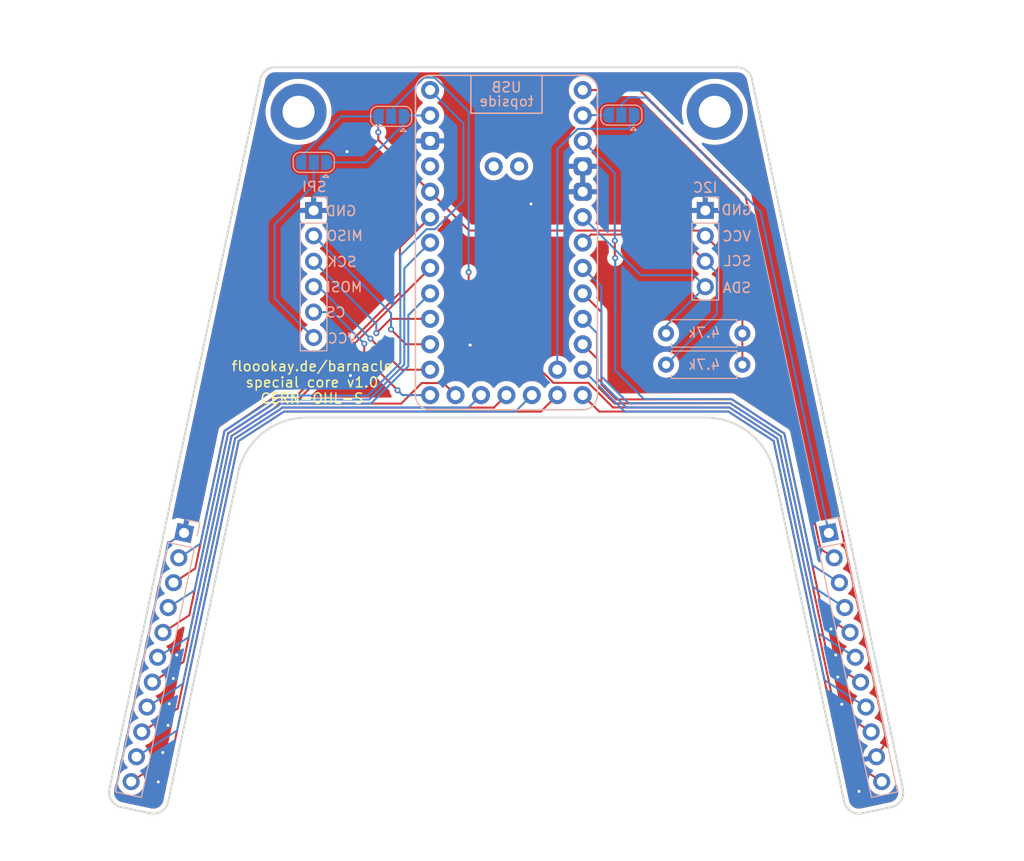
<source format=kicad_pcb>
(kicad_pcb (version 20240108) (generator "pcbnew") (generator_version "8.0")
  (layers (0 "F.Cu" signal) (31 "B.Cu" signal) (34 "B.Paste" user) (35 "F.Paste" user) (36 "B.SilkS" user "B.Silkscreen") (37 "F.SilkS" user "F.Silkscreen") (38 "B.Mask" user) (39 "F.Mask" user) (44 "Edge.Cuts" user))
  (net 0 "")
  (net 1 "col5")
  (net 2 "rgb")
  (net 3 "row2")
  (net 4 "row0")
  (net 5 "col4")
  (net 6 "col2")
  (net 7 "col3")
  (net 8 "row1")
  (net 9 "row3")
  (net 10 "col0")
  (net 11 "col1")
  (net 12 "col8")
  (net 13 "row5")
  (net 14 "col10")
  (net 15 "col6")
  (net 16 "GND")
  (net 17 "col9")
  (net 18 "row4")
  (net 19 "col7")
  (net 20 "col11")
  (net 21 "vcc")
  (net 22 "vccrgb")
  (net 23 "scl")
  (net 24 "sda")
  (net 27 "sck")
  (net 28 "Net-(J4-Pin_6)")
  (net 29 "mosi")
  (net 30 "miso")
  (net 32 "Net-(JP1-B)")
  (net 33 "Net-(JP1-A)")
  (net 34 "cs")
  (net 35 "5V")
  (footprint "MountingHole:MountingHole_3.2mm_M3_DIN965_Pad" (layer "F.Cu") (at 219.469012 138.970703)
    (property "Reference" "H2" (hide yes))
    (property "Value" "MountingHole")
    (pad "1" thru_hole circle (at 0 0) (size 5.6 5.6) (drill 3.2) (layers "*.Cu" "*.Mask"))
  )
  (footprint "MountingHole:MountingHole_3.2mm_M3_DIN965_Pad" (layer "F.Cu") (at 177.907013 138.970705)
    (property "Reference" "H1" (hide yes))
    (property "Value" "MountingHole")
    (pad "1" thru_hole circle (at 0 0) (size 5.6 5.6) (drill 3.2) (layers "*.Cu" "*.Mask"))
  )
  (footprint "Symbol:OSHW-Symbol_6.7x6mm_Copper" (layer "F.Cu") (at 173.625 162.725)
    (property "Reference" "REF**" (hide yes))
    (property "Value" "OSHW-Symbol_6.7x6mm_Copper" (hide yes))
    (fp_poly (pts (xy 0.555814 -2.531069) (xy 0.639635 -2.086445) (xy 0.94892 -1.958947) (xy 1.258206 -1.831449) (xy 1.629246 -2.083754) (xy 1.733157 -2.154004) (xy 1.827087 -2.216728) (xy 1.906652 -2.269062) (xy 1.96747 -2.308143) (xy 2.005157 -2.331107) (xy 2.015421 -2.336058) (xy 2.03391 -2.323324) (xy 2.07342 -2.288118) (xy 2.129522 -2.234938) (xy 2.197787 -2.168282) (xy 2.273786 -2.092646) (xy 2.353092 -2.012528) (xy 2.431275 -1.932426) (xy 2.503907 -1.856836) (xy 2.566559 -1.790255) (xy 2.614803 -1.737182) (xy 2.64421 -1.702113) (xy 2.651241 -1.690377) (xy 2.641123 -1.66874) (xy 2.612759 -1.621338) (xy 2.569129 -1.552807) (xy 2.513218 -1.467785) (xy 2.448006 -1.370907) (xy 2.410219 -1.31565) (xy 2.341343 -1.214752) (xy 2.28014 -1.123701) (xy 2.229578 -1.04703) (xy 2.192628 -0.989272) (xy 2.172258 -0.954957) (xy 2.169197 -0.947746) (xy 2.176136 -0.927252) (xy 2.195051 -0.879487) (xy 2.223087 -0.811168) (xy 2.257391 -0.729011) (xy 2.295109 -0.63973) (xy 2.333387 -0.550042) (xy 2.36937 -0.466662) (xy 2.400206 -0.396306) (xy 2.423039 -0.34569) (xy 2.435017 -0.321529) (xy 2.435724 -0.320578) (xy 2.454531 -0.315964) (xy 2.504618 -0.305672) (xy 2.580793 -0.290713) (xy 2.677865 -0.272099) (xy 2.790643 -0.250841) (xy 2.856442 -0.238582) (xy 2.97695 -0.215638) (xy 3.085797 -0.193805) (xy 3.177476 -0.174278) (xy 3.246481 -0.158252) (xy 3.287304 -0.146921) (xy 3.295511 -0.143326) (xy 3.303548 -0.118994) (xy 3.310033 -0.064041) (xy 3.31497 0.015108) (xy 3.318364 0.112026) (xy 3.320218 0.220287) (xy 3.320538 0.333465) (xy 3.319327 0.445135) (xy 3.31659 0.548868) (xy 3.312331 0.638241) (xy 3.306555 0.706826) (xy 3.299267 0.748197) (xy 3.294895 0.75681) (xy 3.268764 0.767133) (xy 3.213393 0.781892) (xy 3.136107 0.799352) (xy 3.04423 0.81778) (xy 3.012158 0.823741) (xy 2.857524 0.852066) (xy 2.735375 0.874876) (xy 2.641673 0.89308) (xy 2.572384 0.907583) (xy 2.523471 0.919292) (xy 2.490897 0.929115) (xy 2.470628 0.937956) (xy 2.458626 0.946724) (xy 2.456947 0.948457) (xy 2.440184 0.976371) (xy 2.414614 1.030695) (xy 2.382788 1.104777) (xy 2.34726 1.191965) (xy 2.310583 1.285608) (xy 2.275311 1.379052) (xy 2.243996 1.465647) (xy 2.219193 1.53874) (xy 2.203454 1.591678) (xy 2.199332 1.617811) (xy 2.199676 1.618726) (xy 2.213641 1.640086) (xy 2.245322 1.687084) (xy 2.291391 1.754827) (xy 2.348518 1.838423) (xy 2.413373 1.932982) (xy 2.431843 1.959854) (xy 2.497699 2.057275) (xy 2.55565 2.146163) (xy 2.602538 2.221412) (xy 2.635207 2.27792) (xy 2.6505 2.310581) (xy 2.651241 2.314593) (xy 2.638392 2.335684) (xy 2.602888 2.377464) (xy 2.549293 2.435445) (xy 2.482171 2.505135) (xy 2.406087 2.582045) (xy 2.325604 2.661683) (xy 2.245287 2.739561) (xy 2.169699 2.811186) (xy 2.103405 2.87207) (xy 2.050969 2.917721) (xy 2.016955 2.94365) (xy 2.007545 2.947883) (xy 1.985643 2.937912) (xy 1.9408 2.91102) (xy 1.880321 2.871736) (xy 1.833789 2.840117) (xy 1.749475 2.782098) (xy 1.649626 2.713784) (xy 1.549473 2.645579) (xy 1.495627 2.609075) (xy 1.313371 2.4858) (xy 1.160381 2.56852) (xy 1.090682 2.604759) (xy 1.031414 2.632926) (xy 0.991311 2.648991) (xy 0.981103 2.651226) (xy 0.968829 2.634722) (xy 0.944613 2.588082) (xy 0.910263 2.515609) (xy 0.867588 2.421606) (xy 0.818394 2.310374) (xy 0.76449 2.186215) (xy 0.707684 2.053432) (xy 0.649782 1.916327) (xy 0.592593 1.779202) (xy 0.537924 1.646358) (xy 0.487584 1.522098) (xy 0.44338 1.410725) (xy 0.407119 1.316539) (xy 0.380609 1.243844) (xy 0.365658 1.196941) (xy 0.363254 1.180833) (xy 0.382311 1.160286) (xy 0.424036 1.126933) (xy 0.479706 1.087702) (xy 0.484378 1.084599) (xy 0.628264 0.969423) (xy 0.744283 0.835053) (xy 0.83143 0.685784) (xy 0.888699 0.525913) (xy 0.915086 0.359737) (xy 0.909585 0.191552) (xy 0.87119 0.025655) (xy 0.798895 -0.133658) (xy 0.777626 -0.168513) (xy 0.666996 -0.309263) (xy 0.536302 -0.422286) (xy 0.390064 -0.506997) (xy 0.232808 -0.562806) (xy 0.069057 -0.589126) (xy -0.096667 -0.58537) (xy -0.259838 -0.55095) (xy -0.415935 -0.485277) (xy -0.560433 -0.387765) (xy -0.605131 -0.348187) (xy -0.718888 -0.224297) (xy -0.801782 -0.093876) (xy -0.858644 0.052315) (xy -0.890313 0.197088) (xy -0.898131 0.35986) (xy -0.872062 0.52344) (xy -0.814755 0.682298) (xy -0.728856 0.830906) (xy -0.617014 0.963735) (xy -0.481877 1.075256) (xy -0.464117 1.087011) (xy -0.40785 1.125508) (xy -0.365077 1.158863) (xy -0.344628 1.18016) (xy -0.344331 1.180833) (xy -0.348721 1.203871) (xy -0.366124 1.256157) (xy -0.394732 1.33339) (xy -0.432735 1.431268) (xy -0.478326 1.545491) (xy -0.529697 1.671758) (xy -0.585038 1.805767) (xy -0.642542 1.943218) (xy -0.700399 2.079808) (xy -0.756802 2.211237) (xy -0.809942 2.333205) (xy -0.85801 2.441409) (xy -0.899199 2.531549) (xy -0.931699 2.599323) (xy -0.953703 2.64043) (xy -0.962564 2.651226) (xy -0.98964 2.642819) (xy -1.040303 2.620272) (xy -1.105817 2.587613) (xy -1.141841 2.56852) (xy -1.294832 2.4858) (xy -1.477088 2.609075) (xy -1.570125 2.672228) (xy -1.671985 2.741727) (xy -1.767438 2.807165) (xy -1.81525 2.840117) (xy -1.882495 2.885273) (xy -1.939436 2.921057) (xy -1.978646 2.942938) (xy -1.991381 2.947563) (xy -2.009917 2.935085) (xy -2.050941 2.900252) (xy -2.110475 2.846678) (xy -2.184542 2.777983) (xy -2.269165 2.697781) (xy -2.322685 2.646286) (xy -2.416319 2.554286) (xy -2.497241 2.471999) (xy -2.562177 2.402945) (xy -2.607858 2.350644) (xy -2.631011 2.318616) (xy -2.633232 2.312116) (xy -2.622924 2.287394) (xy -2.594439 2.237405) (xy -2.550937 2.167212) (xy -2.495577 2.081875) (xy -2.43152 1.986456) (xy -2.413303 1.959854) (xy -2.346927 1.863167) (xy -2.287378 1.776117) (xy -2.237984 1.703595) (xy -2.202075 1.650493) (xy -2.182981 1.621703) (xy -2.181136 1.618726) (xy -2.183895 1.595782) (xy -2.198538 1.545336) (xy -2.222513 1.474041) (xy -2.253266 1.388547) (xy -2.288244 1.295507) (xy -2.324893 1.201574) (xy -2.360661 1.113399) (xy -2.392994 1.037634) (xy -2.419338 0.980931) (xy -2.437142 0.949943) (xy -2.438407 0.948457) (xy -2.449294 0.939601) (xy -2.467682 0.930843) (xy -2.497606 0.921277) (xy -2.543103 0.909996) (xy -2.608209 0.896093) (xy -2.696961 0.878663) (xy -2.813393 0.856798) (xy -2.961542 0.829591) (xy -2.993618 0.823741) (xy -3.088686 0.805374) (xy -3.171565 0.787405) (xy -3.23493 0.771569) (xy -3.271458 0.7596) (xy -3.276356 0.75681) (xy -3.284427 0.732072) (xy -3.290987 0.67679) (xy -3.296033 0.597389) (xy -3.299559 0.500296) (xy -3.301561 0.391938) (xy -3.302036 0.27874) (xy -3.300977 0.167128) (xy -3.298382 0.063529) (xy -3.294246 -0.025632) (xy -3.288563 -0.093928) (xy -3.281331 -0.134934) (xy -3.276971 -0.143326) (xy -3.252698 -0.151792) (xy -3.197426 -0.165565) (xy -3.116662 -0.18345) (xy -3.015912 -0.204252) (xy -2.900683 -0.226777) (xy -2.837902 -0.238582) (xy -2.718787 -0.260849) (xy -2.612565 -0.281021) (xy -2.524427 -0.298085) (xy -2.459566 -0.311031) (xy -2.423174 -0.318845) (xy -2.417184 -0.320578) (xy -2.407061 -0.34011) (xy -2.385662 -0.387157) (xy -2.355839 -0.454997) (xy -2.320445 -0.536909) (xy -2.282332 -0.626172) (xy -2.244353 -0.716065) (xy -2.20936 -0.799865) (xy -2.180206 -0.870853) (xy -2.159743 -0.922306) (xy -2.150823 -0.947503) (xy -2.150657 -0.948604) (xy -2.160769 -0.968481) (xy -2.189117 -1.014223) (xy -2.232723 -1.081283) (xy -2.288606 -1.165116) (xy -2.353787 -1.261174) (xy -2.391679 -1.31635) (xy -2.460725 -1.417519) (xy -2.52205 -1.50937) (xy -2.572663 -1.587256) (xy -2.609571 -1.646531) (xy -2.629782 -1.682549) (xy -2.632701 -1.690623) (xy -2.620153 -1.709416) (xy -2.585463 -1.749543) (xy -2.533063 -1.806507) (xy -2.467384 -1.875815) (xy -2.392856 -1.952969) (xy -2.313913 -2.033475) (xy -2.234983 -2.112837) (xy -2.1605 -2.18656) (xy -2.094894 -2.250148) (xy -2.042596 -2.299106) (xy -2.008039 -2.328939) (xy -1.996478 -2.336058) (xy -1.977654 -2.326047) (xy -1.932631 -2.297922) (xy -1.865787 -2.254546) (xy -1.781499 -2.198782) (xy -1.684144 -2.133494) (xy -1.610707 -2.083754) (xy -1.239667 -1.831449) (xy -0.621095 -2.086445) (xy -0.537275 -2.531069) (xy -0.453454 -2.975693) (xy 0.471994 -2.975693) (xy 0.555814 -2.531069)) (stroke (width 0.01)) (fill solid) (layer "F.Cu"))
  )
  (footprint "Connector_PinHeader_2.54mm:PinHeader_1x11_P2.54mm_Vertical" (layer "B.Cu") (at 230.866019 181.056244 -168)
    (property "Reference" "J2" (hide yes))
    (property "Value" "Conn_01x11")
    (pad "1" thru_hole rect (at 0 0 192) (size 1.7 1.7) (drill 1) (layers "*.Cu" "*.Mask") (net 2 "rgb"))
    (pad "2" thru_hole oval (at 0.000001 -2.54 192) (size 1.7 1.7) (drill 1) (layers "*.Cu" "*.Mask") (net 13 "row5"))
    (pad "3" thru_hole oval (at -0.000001 -5.08 192) (size 1.7 1.7) (drill 1) (layers "*.Cu" "*.Mask") (net 20 "col11"))
    (pad "4" thru_hole oval (at 0 -7.62 192) (size 1.7 1.7) (drill 1) (layers "*.Cu" "*.Mask") (net 14 "col10"))
    (pad "5" thru_hole oval (at 0 -10.16 192) (size 1.7 1.7) (drill 1) (layers "*.Cu" "*.Mask") (net 17 "col9"))
    (pad "6" thru_hole oval (at 0 -12.700002 192) (size 1.7 1.7) (drill 1) (layers "*.Cu" "*.Mask") (net 12 "col8"))
    (pad "7" thru_hole oval (at 0 -15.24 192) (size 1.7 1.7) (drill 1) (layers "*.Cu" "*.Mask") (net 19 "col7"))
    (pad "8" thru_hole oval (at 0 -17.78 192) (size 1.7 1.7) (drill 1) (layers "*.Cu" "*.Mask") (net 15 "col6"))
    (pad "9" thru_hole oval (at 0 -20.32 192) (size 1.7 1.7) (drill 1) (layers "*.Cu" "*.Mask") (net 22 "vccrgb"))
    (pad "10" thru_hole oval (at 0 -22.86 192) (size 1.7 1.7) (drill 1) (layers "*.Cu" "*.Mask") (net 16 "GND"))
    (pad "11" thru_hole oval (at 0 -25.4 192) (size 1.7 1.7) (drill 1) (layers "*.Cu" "*.Mask") (net 18 "row4"))
  )
  (footprint "Connector_PinHeader_2.54mm:PinHeader_1x11_P2.54mm_Vertical" (layer "B.Cu") (at 166.475283 181.056245 168)
    (property "Reference" "J1" (hide yes))
    (property "Value" "Conn_01x11")
    (pad "1" thru_hole rect (at 0 0 168) (size 1.7 1.7) (drill 1) (layers "*.Cu" "*.Mask") (net 16 "GND"))
    (pad "2" thru_hole oval (at 0 -2.539999 168) (size 1.7 1.7) (drill 1) (layers "*.Cu" "*.Mask") (net 10 "col0"))
    (pad "3" thru_hole oval (at 0 -5.08 168) (size 1.7 1.7) (drill 1) (layers "*.Cu" "*.Mask") (net 11 "col1"))
    (pad "4" thru_hole oval (at 0 -7.62 168) (size 1.7 1.7) (drill 1) (layers "*.Cu" "*.Mask") (net 6 "col2"))
    (pad "5" thru_hole oval (at 0 -10.16 168) (size 1.7 1.7) (drill 1) (layers "*.Cu" "*.Mask") (net 7 "col3"))
    (pad "6" thru_hole oval (at -0.000002 -12.7 168) (size 1.7 1.7) (drill 1) (layers "*.Cu" "*.Mask") (net 5 "col4"))
    (pad "7" thru_hole oval (at 0 -15.24 168) (size 1.7 1.7) (drill 1) (layers "*.Cu" "*.Mask") (net 1 "col5"))
    (pad "8" thru_hole oval (at 0 -17.78 168) (size 1.7 1.7) (drill 1) (layers "*.Cu" "*.Mask") (net 4 "row0"))
    (pad "9" thru_hole oval (at 0 -20.32 168) (size 1.7 1.7) (drill 1) (layers "*.Cu" "*.Mask") (net 8 "row1"))
    (pad "10" thru_hole oval (at 0 -22.86 168) (size 1.7 1.7) (drill 1) (layers "*.Cu" "*.Mask") (net 3 "row2"))
    (pad "11" thru_hole oval (at 0 -25.4 168) (size 1.7 1.7) (drill 1) (layers "*.Cu" "*.Mask") (net 9 "row3"))
  )
  (footprint "Resistor_THT:R_Axial_DIN0207_L6.3mm_D2.5mm_P7.62mm_Horizontal" (layer "B.Cu") (at 222.228734 161.118526 180)
    (property "Reference" "R1" (hide yes))
    (property "Value" "4.7k" (at 3.81 0.075001 0) (layer "B.SilkS") (effects (justify mirror)))
    (pad "1" thru_hole circle (at 0 0 180) (size 1.6 1.6) (drill 0.8) (layers "*.Cu" "*.Mask") (net 21 "vcc"))
    (pad "2" thru_hole oval (at 7.62 0 180) (size 1.6 1.6) (drill 0.8) (layers "*.Cu" "*.Mask") (net 24 "sda"))
  )
  (footprint "Jumper:SolderJumper-3_P1.3mm_Open_RoundedPad1.0x1.5mm" (layer "B.Cu") (at 187.156412 139.429536 180)
    (property "Reference" "JP2" (hide yes))
    (property "Value" "Jumper_3_Open")
    (pad "1" smd custom (at -1.3 0 180) (size 1 0.5) (layers "B.Cu" "B.Mask") (net 35 "5V") (options (clearance outline) (anchor rect)) (primitives (gr_circle (center 0 -0.25) (end 0.5 -0.25) (width 0) (fill yes)) (gr_circle (center 0 0.25) (end 0.5 0.25) (width 0) (fill yes)) (gr_poly (pts (xy 0.55 -0.75) (xy 0 -0.75) (xy 0 0.75) (xy 0.55 0.75)) (width 0) (fill yes))))
    (pad "2" smd rect (at 0 0 180) (size 1 1.5) (layers "B.Cu" "B.Mask") (net 22 "vccrgb"))
    (pad "3" smd custom (at 1.3 0 180) (size 1 0.5) (layers "B.Cu" "B.Mask") (net 21 "vcc") (options (clearance outline) (anchor rect)) (primitives (gr_circle (center 0 -0.25) (end 0.5 -0.25) (width 0) (fill yes)) (gr_circle (center 0 0.25) (end 0.5 0.25) (width 0) (fill yes)) (gr_poly (pts (xy 0 -0.75) (xy -0.55 -0.75) (xy -0.55 0.75) (xy 0 0.75)) (width 0) (fill yes))))
  )
  (footprint "PCM_marbastlib-xp-promicroish:Helios_AH_USBup" (layer "B.Cu") (at 198.667358 153.310537 180)
    (property "Reference" "U1" (hide yes))
    (property "Value" "Helios")
    (fp_text user "USB" (at 0 16.2 0) (layer "B.SilkS") (effects (justify bottom mirror)))
    (fp_text user "topside" (at 0 14.8 0) (layer "B.SilkS") (effects (justify bottom mirror)))
    (pad "1" thru_hole circle (at -7.62 13.97 180) (size 1.8 1.8) (drill 1) (layers "*.Cu" "F.Mask") (net 32 "Net-(JP1-B)"))
    (pad "2" thru_hole circle (at -7.62 11.43 180) (size 1.8 1.8) (drill 1) (layers "*.Cu" "F.Mask") (net 20 "col11"))
    (pad "3" thru_hole roundrect (at -7.62 8.89 180) (size 1.8 1.8) (drill 1) (layers "*.Cu" "F.Mask") (net 16 "GND"))
    (pad "4" thru_hole roundrect (at -7.619999 6.35 180) (size 1.8 1.8) (drill 1) (layers "*.Cu" "F.Mask") (net 16 "GND"))
    (pad "5" thru_hole circle (at -7.62 3.81 180) (size 1.8 1.8) (drill 1) (layers "*.Cu" "F.Mask") (net 24 "sda"))
    (pad "6" thru_hole circle (at -7.620001 1.27 180) (size 1.8 1.8) (drill 1) (layers "*.Cu" "F.Mask") (net 23 "scl"))
    (pad "7" thru_hole circle (at -7.620001 -1.27 180) (size 1.8 1.8) (drill 1) (layers "*.Cu" "F.Mask") (net 14 "col10"))
    (pad "8" thru_hole circle (at -7.62 -3.81 180) (size 1.8 1.8) (drill 1) (layers "*.Cu" "F.Mask") (net 17 "col9"))
    (pad "9" thru_hole circle (at -7.619999 -6.35 180) (size 1.8 1.8) (drill 1) (layers "*.Cu" "F.Mask") (net 12 "col8"))
    (pad "10" thru_hole circle (at -7.62 -8.89 180) (size 1.8 1.8) (drill 1) (layers "*.Cu" "F.Mask") (net 19 "col7"))
    (pad "11" thru_hole circle (at -7.62 -11.43 180) (size 1.8 1.8) (drill 1) (layers "*.Cu" "F.Mask") (net 15 "col6"))
    (pad "12" thru_hole circle (at -7.62 -13.97 180) (size 1.8 1.8) (drill 1) (layers "*.Cu" "F.Mask") (net 18 "row4"))
    (pad "13" thru_hole circle (at 7.62 13.97 180) (size 1.8 1.8) (drill 1) (layers "*.Cu" "F.Mask") (net 35 "5V"))
    (pad "14" thru_hole roundrect (at 7.62 11.43 180) (size 1.8 1.8) (drill 1) (layers "*.Cu" "F.Mask") (net 16 "GND"))
    (pad "15" thru_hole circle (at 7.62 8.89 180) (size 1.8 1.8) (drill 1) (layers "*.Cu" "F.Mask"))
    (pad "16" thru_hole circle (at 7.619999 6.35 180) (size 1.8 1.8) (drill 1) (layers "*.Cu" "F.Mask") (net 21 "vcc"))
    (pad "17" thru_hole circle (at 7.62 3.81 180) (size 1.8 1.8) (drill 1) (layers "*.Cu" "F.Mask") (net 11 "col1"))
    (pad "18" thru_hole circle (at 7.620001 1.27 180) (size 1.8 1.8) (drill 1) (layers "*.Cu" "F.Mask") (net 6 "col2"))
    (pad "19" thru_hole circle (at 7.620001 -1.27 180) (size 1.8 1.8) (drill 1) (layers "*.Cu" "F.Mask") (net 7 "col3"))
    (pad "20" thru_hole circle (at 7.62 -3.81 180) (size 1.8 1.8) (drill 1) (layers "*.Cu" "F.Mask") (net 5 "col4"))
    (pad "21" thru_hole circle (at 7.619999 -6.35 180) (size 1.8 1.8) (drill 1) (layers "*.Cu" "F.Mask") (net 27 "sck"))
    (pad "22" thru_hole circle (at 7.62 -8.89 180) (size 1.8 1.8) (drill 1) (layers "*.Cu" "F.Mask") (net 30 "miso"))
    (pad "23" thru_hole circle (at 7.62 -11.43 180) (size 1.8 1.8) (drill 1) (layers "*.Cu" "F.Mask") (net 29 "mosi"))
    (pad "24" thru_hole circle (at 7.62 -13.97 180) (size 1.8 1.8) (drill 1) (layers "*.Cu" "F.Mask") (net 34 "cs"))
    (pad "25" thru_hole circle (at -5.079999 -13.97 180) (size 1.8 1.8) (drill 1) (layers "*.Cu" "F.Mask") (net 9 "row3"))
    (pad "26" thru_hole circle (at -2.54 -13.97 180) (size 1.8 1.8) (drill 1) (layers "*.Cu" "F.Mask") (net 3 "row2"))
    (pad "27" thru_hole circle (at 0 -13.97 180) (size 1.8 1.8) (drill 1) (layers "*.Cu" "F.Mask") (net 8 "row1"))
    (pad "28" thru_hole circle (at 2.54 -13.97 180) (size 1.8 1.8) (drill 1) (layers "*.Cu" "F.Mask") (net 4 "row0"))
    (pad "29" thru_hole circle (at 5.079999 -13.97 180) (size 1.8 1.8) (drill 1) (layers "*.Cu" "F.Mask") (net 1 "col5"))
    (pad "30" thru_hole circle (at 7.62 16.51 180) (size 1.8 1.8) (drill 1) (layers "*.Cu" "F.Mask") (net 10 "col0"))
    (pad "31" thru_hole circle (at -7.62 16.51 180) (size 1.8 1.8) (drill 1) (layers "*.Cu" "F.Mask") (net 13 "row5"))
    (pad "32" thru_hole circle (at -1.27 8.89 180) (size 1.8 1.8) (drill 1) (layers "*.Cu" "F.Mask"))
    (pad "33" thru_hole circle (at 1.27 8.89 180) (size 1.8 1.8) (drill 1) (layers "*.Cu" "F.Mask"))
    (pad "34" thru_hole circle (at -5.08 -11.43 180) (size 1.8 1.8) (drill 1) (layers "*.Cu" "F.Mask") (net 33 "Net-(JP1-A)"))
  )
  (footprint "Resistor_THT:R_Axial_DIN0207_L6.3mm_D2.5mm_P7.62mm_Horizontal" (layer "B.Cu") (at 222.228734 164.243527 180)
    (property "Reference" "R2" (hide yes))
    (property "Value" "4.7k" (at 3.810001 0.000001 0) (layer "B.SilkS") (effects (justify mirror)))
    (pad "1" thru_hole circle (at 0 0 180) (size 1.6 1.6) (drill 0.8) (layers "*.Cu" "*.Mask") (net 21 "vcc"))
    (pad "2" thru_hole oval (at 7.62 0 180) (size 1.6 1.6) (drill 0.8) (layers "*.Cu" "*.Mask") (net 23 "scl"))
  )
  (footprint "Connector_PinHeader_2.54mm:PinHeader_1x06_P2.54mm_Vertical" (layer "B.Cu") (at 179.409413 148.827538 180)
    (property "Reference" "J4" (hide yes))
    (property "Value" "SPI")
    (pad "1" thru_hole rect (at 0 0 180) (size 1.7 1.7) (drill 1) (layers "*.Cu" "*.Mask") (net 16 "GND"))
    (pad "2" thru_hole oval (at 0 -2.54 180) (size 1.7 1.7) (drill 1) (layers "*.Cu" "*.Mask") (net 30 "miso"))
    (pad "3" thru_hole oval (at 0 -5.08 180) (size 1.7 1.7) (drill 1) (layers "*.Cu" "*.Mask") (net 27 "sck"))
    (pad "4" thru_hole oval (at 0 -7.62 180) (size 1.7 1.7) (drill 1) (layers "*.Cu" "*.Mask") (net 29 "mosi"))
    (pad "5" thru_hole oval (at 0 -10.16 180) (size 1.7 1.7) (drill 1) (layers "*.Cu" "*.Mask") (net 34 "cs"))
    (pad "6" thru_hole oval (at 0.000002 -12.7 180) (size 1.7 1.7) (drill 1) (layers "*.Cu" "*.Mask") (net 28 "Net-(J4-Pin_6)"))
  )
  (footprint "Jumper:SolderJumper-3_P1.3mm_Open_RoundedPad1.0x1.5mm" (layer "B.Cu") (at 210.143412 139.302537 180)
    (property "Reference" "JP1" (hide yes))
    (property "Value" "Jumper_3_Open")
    (pad "1" smd custom (at -1.3 0 180) (size 1 0.5) (layers "B.Cu" "B.Mask") (net 33 "Net-(JP1-A)") (options (clearance outline) (anchor rect)) (primitives (gr_circle (center 0 -0.25) (end 0.5 -0.25) (width 0) (fill yes)) (gr_circle (center 0 0.25) (end 0.5 0.25) (width 0) (fill yes)) (gr_poly (pts (xy 0.55 -0.75) (xy 0 -0.75) (xy 0 0.75) (xy 0.55 0.75)) (width 0) (fill yes))))
    (pad "2" smd rect (at 0 0 180) (size 1 1.5) (layers "B.Cu" "B.Mask") (net 2 "rgb"))
    (pad "3" smd custom (at 1.3 0 180) (size 1 0.5) (layers "B.Cu" "B.Mask") (net 32 "Net-(JP1-B)") (options (clearance outline) (anchor rect)) (primitives (gr_circle (center 0 -0.25) (end 0.5 -0.25) (width 0) (fill yes)) (gr_circle (center 0 0.25) (end 0.5 0.25) (width 0) (fill yes)) (gr_poly (pts (xy 0 -0.75) (xy -0.55 -0.75) (xy -0.55 0.75) (xy 0 0.75)) (width 0) (fill yes))))
  )
  (footprint "Jumper:SolderJumper-3_P1.3mm_Open_RoundedPad1.0x1.5mm" (layer "B.Cu") (at 179.425 144.025 180)
    (property "Reference" "JP3" (hide yes))
    (property "Value" "Jumper_3_Open")
    (pad "1" smd custom (at -1.3 0 180) (size 1 0.5) (layers "B.Cu" "B.Mask") (net 35 "5V") (options (clearance outline) (anchor rect)) (primitives (gr_circle (center 0 -0.25) (end 0.5 -0.25) (width 0) (fill yes)) (gr_circle (center 0 0.25) (end 0.5 0.25) (width 0) (fill yes)) (gr_poly (pts (xy 0.55 -0.75) (xy 0 -0.75) (xy 0 0.75) (xy 0.55 0.75)) (width 0) (fill yes))))
    (pad "2" smd rect (at 0 0 180) (size 1 1.5) (layers "B.Cu" "B.Mask") (net 28 "Net-(J4-Pin_6)"))
    (pad "3" smd custom (at 1.3 0 180) (size 1 0.5) (layers "B.Cu" "B.Mask") (net 21 "vcc") (options (clearance outline) (anchor rect)) (primitives (gr_circle (center 0 -0.25) (end 0.5 -0.25) (width 0) (fill yes)) (gr_circle (center 0 0.25) (end 0.5 0.25) (width 0) (fill yes)) (gr_poly (pts (xy 0 -0.75) (xy -0.55 -0.75) (xy -0.55 0.75) (xy 0 0.75)) (width 0) (fill yes))))
  )
  (footprint "Connector_PinHeader_2.54mm:PinHeader_1x04_P2.54mm_Vertical" (layer "B.Cu") (at 218.525412 148.827538 180)
    (property "Reference" "J3" (hide yes))
    (property "Value" "I2C" (at 0.006677 2.284011 0) (layer "B.SilkS") (effects (justify mirror)))
    (pad "1" thru_hole rect (at 0 0 180) (size 1.7 1.7) (drill 1) (layers "*.Cu" "*.Mask") (net 16 "GND"))
    (pad "2" thru_hole oval (at 0 -2.54 180) (size 1.7 1.7) (drill 1) (layers "*.Cu" "*.Mask") (net 21 "vcc"))
    (pad "3" thru_hole oval (at 0 -5.08 180) (size 1.7 1.7) (drill 1) (layers "*.Cu" "*.Mask") (net 23 "scl"))
    (pad "4" thru_hole oval (at 0 -7.62 180) (size 1.7 1.7) (drill 1) (layers "*.Cu" "*.Mask") (net 24 "sda"))
  )
  (gr_line (start 232.396406 207.911907) (end 225.415808 175.070775) (stroke (width 0.2)) (layer "Edge.Cuts"))
  (gr_line (start 164.886594 207.911881) (end 171.867185 175.070777) (stroke (width 0.2)) (layer "Edge.Cuts"))
  (gr_arc (start 171.867196 175.070778) (mid 174.308978 171.086135) (end 178.714219 169.526158) (stroke (width 0.2)) (layer "Edge.Cuts"))
  (gr_arc (start 174.098622 135.714291) (mid 174.62186 134.860441) (end 175.565843 134.526159) (stroke (width 0.2)) (layer "Edge.Cuts"))
  (gr_line (start 223.184371 135.714289) (end 238.265277 206.664365) (stroke (width 0.2)) (layer "Edge.Cuts"))
  (gr_line (start 237.103535 208.444859) (end 234.175458 209.067241) (stroke (width 0.2)) (layer "Edge.Cuts"))
  (gr_line (start 159.017708 206.664408) (end 174.098622 135.71429) (stroke (width 0.2)) (layer "Edge.Cuts"))
  (gr_line (start 175.565843 134.526159) (end 221.717197 134.526159) (stroke (width 0.2)) (layer "Edge.Cuts"))
  (gr_arc (start 218.568777 169.526159) (mid 222.974032 171.086125) (end 225.415808 175.070775) (stroke (width 0.2)) (layer "Edge.Cuts"))
  (gr_arc (start 234.175458 209.067241) (mid 233.04666 208.858022) (end 232.396406 207.911907) (stroke (width 0.2)) (layer "Edge.Cuts"))
  (gr_arc (start 164.886594 207.911879) (mid 164.236336 208.858013) (end 163.107506 209.067233) (stroke (width 0.2)) (layer "Edge.Cuts"))
  (gr_line (start 160.173061 208.443498) (end 163.107504 209.067234) (stroke (width 0.2)) (layer "Edge.Cuts"))
  (gr_arc (start 160.173063 208.443499) (mid 159.226893 207.79324) (end 159.017708 206.664408) (stroke (width 0.2)) (layer "Edge.Cuts"))
  (gr_arc (start 238.265286 206.664409) (mid 238.054268 207.795962) (end 237.103535 208.444859) (stroke (width 0.2)) (layer "Edge.Cuts"))
  (gr_arc (start 221.717197 134.526159) (mid 222.661176 134.860432) (end 223.184371 135.714289) (stroke (width 0.2)) (layer "Edge.Cuts"))
  (gr_line (start 178.714219 169.526158) (end 218.568777 169.526159) (stroke (width 0.2)) (layer "Edge.Cuts"))
  (gr_text "SCL" (at 223.218735 154.468526 0) (layer "B.SilkS") (effects (font (size 1 1)) (justify left bottom mirror)))
  (gr_text "SPI" (at 179.475 146.475 0) (layer "B.SilkS") (effects (font (size 1 1)) (justify mirror)))
  (gr_text "CS" (at 182.7 159.6 0) (layer "B.SilkS") (effects (font (size 1 1)) (justify left bottom mirror)))
  (gr_text "GND" (at 223.293733 149.368527 0) (layer "B.SilkS") (effects (font (size 1 1)) (justify left bottom mirror)))
  (gr_text "SDA" (at 223.193735 157.143527 0) (layer "B.SilkS") (effects (font (size 1 1)) (justify left bottom mirror)))
  (gr_text "GND" (at 183.775 149.475 0) (layer "B.SilkS") (effects (font (size 1 1)) (justify left bottom mirror)))
  (gr_text "MOSI" (at 184.375 157.075 0) (layer "B.SilkS") (effects (font (size 1 1)) (justify left bottom mirror)))
  (gr_text "VCC" (at 183.775 162.2 0) (layer "B.SilkS") (effects (font (size 1 1)) (justify left bottom mirror)))
  (gr_text "VCC" (at 223.193733 151.993526 0) (layer "B.SilkS") (effects (font (size 1 1)) (justify left bottom mirror)))
  (gr_text "SCK" (at 183.8 154.55 0) (layer "B.SilkS") (effects (font (size 1 1)) (justify left bottom mirror)))
  (gr_text "MISO" (at 184.425 151.95 0) (layer "B.SilkS") (effects (font (size 1 1)) (justify left bottom mirror)))
  (gr_text "floookay.de/barnacle\nspecial core v1.0\nCERN-OHL-S" (at 179.25 168.2 0) (layer "F.SilkS") (effects (font (size 1 1)) (justify bottom)))
  (segment (start 190.206722 166.080537) (end 192.387359 166.080538) (width 0.2) (layer "F.Cu") (net 1))
  (segment (start 166.416902 193.943431) (end 171.214737 171.371388) (width 0.2) (layer "F.Cu") (net 1))
  (segment (start 188.161102 168.126159) (end 190.206722 166.080537) (width 0.2) (layer "F.Cu") (net 1))
  (segment (start 192.387359 166.080538) (end 193.587358 167.280538) (width 0.2) (layer "F.Cu") (net 1))
  (segment (start 175.986102 168.126158) (end 188.161102 168.126159) (width 0.2) (layer "F.Cu") (net 1))
  (segment (start 163.306708 195.963215) (end 166.416902 193.943431) (width 0.2) (layer "F.Cu") (net 1))
  (segment (start 171.214737 171.371388) (end 175.568734 168.543527) (width 0.2) (layer "F.Cu") (net 1))
  (segment (start 175.568734 168.543527) (end 175.986102 168.126158) (width 0.2) (layer "F.Cu") (net 1))
  (segment (start 224.045087 148.966283) (end 212.630241 137.551437) (width 0.2) (layer "B.Cu") (net 2))
  (segment (start 210.143412 138.275188) (end 210.143412 139.302537) (width 0.2) (layer "B.Cu") (net 2))
  (segment (start 212.630241 137.551437) (end 210.867163 137.551437) (width 0.2) (layer "B.Cu") (net 2))
  (segment (start 210.867163 137.551437) (end 210.143412 138.275188) (width 0.2) (layer "B.Cu") (net 2))
  (segment (start 230.866019 181.056244) (end 224.045087 148.966283) (width 0.2) (layer "B.Cu") (net 2))
  (segment (start 165.784512 200.766376) (end 171.928359 171.861849) (width 0.2) (layer "B.Cu") (net 3))
  (segment (start 171.928359 171.861849) (end 175.889599 169.28939) (width 0.2) (layer "B.Cu") (net 3))
  (segment (start 199.564065 168.923829) (end 176.452512 168.923829) (width 0.2) (layer "B.Cu") (net 3))
  (segment (start 165.790162 200.775078) (end 165.784512 200.766376) (width 0.2) (layer "B.Cu") (net 3))
  (segment (start 161.722423 203.416699) (end 165.790162 200.775078) (width 0.2) (layer "B.Cu") (net 3))
  (segment (start 176.452512 168.923829) (end 175.889599 169.28939) (width 0.2) (layer "B.Cu") (net 3))
  (segment (start 201.207358 167.280538) (end 199.564065 168.923829) (width 0.2) (layer "B.Cu") (net 3))
  (segment (start 176.260859 168.52383) (end 176.125326 168.659362) (width 0.2) (layer "B.Cu") (net 4))
  (segment (start 196.127358 167.280538) (end 194.884066 168.52383) (width 0.2) (layer "B.Cu") (net 4))
  (segment (start 166.36323 196.119833) (end 162.778614 198.447709) (width 0.2) (layer "B.Cu") (net 4))
  (segment (start 171.571548 171.616619) (end 166.36323 196.119833) (width 0.2) (layer "B.Cu") (net 4))
  (segment (start 194.884066 168.52383) (end 176.260859 168.52383) (width 0.2) (layer "B.Cu") (net 4))
  (segment (start 176.125326 168.659362) (end 171.571548 171.616619) (width 0.2) (layer "B.Cu") (net 4))
  (segment (start 175.87221 168.346793) (end 176.095172 168.12383) (width 0.2) (layer "B.Cu") (net 5))
  (segment (start 171.214737 171.371388) (end 175.87221 168.346793) (width 0.2) (layer "B.Cu") (net 5))
  (segment (start 185.138431 168.123829) (end 188.868734 164.393527) (width 0.2) (layer "B.Cu") (net 5))
  (segment (start 176.095172 168.12383) (end 185.138431 168.123829) (width 0.2) (layer "B.Cu") (net 5))
  (segment (start 188.868734 159.299162) (end 191.047357 157.120537) (width 0.2) (layer "B.Cu") (net 5))
  (segment (start 188.868734 164.393527) (end 188.868734 159.299162) (width 0.2) (layer "B.Cu") (net 5))
  (segment (start 163.834806 193.47872) (end 166.944998 191.458938) (width 0.2) (layer "B.Cu") (net 5))
  (segment (start 166.944998 191.458938) (end 171.214737 171.371388) (width 0.2) (layer "B.Cu") (net 5))
  (segment (start 179.878381 167.723829) (end 184.972746 167.723829) (width 0.2) (layer "B.Cu") (net 6))
  (segment (start 173.450785 169.404385) (end 174.037889 169.023114) (width 0.2) (layer "B.Cu") (net 6))
  (segment (start 173.262205 169.526849) (end 173.317507 169.526849) (width 0.2) (layer "B.Cu") (net 6))
  (segment (start 170.867284 171.082128) (end 173.262205 169.526849) (width 0.2) (layer "B.Cu") (net 6))
  (segment (start 188.468734 164.227841) (end 188.468734 154.619161) (width 0.2) (layer "B.Cu") (net 6))
  (segment (start 167.526765 186.798042) (end 170.867284 171.082128) (width 0.2) (layer "B.Cu") (net 6))
  (segment (start 175.968735 167.718527) (end 179.878381 167.723829) (width 0.2) (layer "B.Cu") (net 6))
  (segment (start 173.317507 169.526849) (end 173.41994 169.424415) (width 0.2) (layer "B.Cu") (net 6))
  (segment (start 188.468734 154.619161) (end 191.047357 152.040537) (width 0.2) (layer "B.Cu") (net 6))
  (segment (start 173.41994 169.424415) (end 173.450785 169.404385) (width 0.2) (layer "B.Cu") (net 6))
  (segment (start 164.890996 188.50973) (end 167.526765 186.798042) (width 0.2) (layer "B.Cu") (net 6))
  (segment (start 184.972746 167.723829) (end 188.468734 164.227841) (width 0.2) (layer "B.Cu") (net 6))
  (segment (start 174.037889 169.023114) (end 175.968735 167.718527) (width 0.2) (layer "B.Cu") (net 6))
  (segment (start 177.901738 167.72616) (end 191.047358 154.580538) (width 0.2) (layer "F.Cu") (net 7))
  (segment (start 170.521367 172.709546) (end 170.857926 171.126159) (width 0.2) (layer "F.Cu") (net 7))
  (segment (start 175.018734 168.393526) (end 175.843733 167.726159) (width 0.2) (layer "F.Cu") (net 7))
  (segment (start 175.843733 167.726159) (end 177.901738 167.72616) (width 0.2) (layer "F.Cu") (net 7))
  (segment (start 164.3629 190.994224) (end 166.99867 189.282537) (width 0.2) (layer "F.Cu") (net 7))
  (segment (start 166.99867 189.282537) (end 170.521367 172.709546) (width 0.2) (layer "F.Cu") (net 7))
  (segment (start 170.857926 171.126159) (end 175.018734 168.393526) (width 0.2) (layer "F.Cu") (net 7))
  (segment (start 197.421738 168.526158) (end 176.261102 168.526159) (width 0.2) (layer "F.Cu") (net 8))
  (segment (start 176.118735 168.668527) (end 171.571548 171.616619) (width 0.2) (layer "F.Cu") (net 8))
  (segment (start 171.571548 171.616619) (end 165.835135 198.604327) (width 0.2) (layer "F.Cu") (net 8))
  (segment (start 165.835135 198.604327) (end 162.250517 200.932205) (width 0.2) (layer "F.Cu") (net 8))
  (segment (start 198.667359 167.280537) (end 197.421738 168.526158) (width 0.2) (layer "F.Cu") (net 8))
  (segment (start 176.261102 168.526159) (end 176.118735 168.668527) (width 0.2) (layer "F.Cu") (net 8))
  (segment (start 165.253366 203.265223) (end 171.928359 171.861849) (width 0.2) (layer "F.Cu") (net 9))
  (segment (start 176.436104 168.926158) (end 202.101736 168.926158) (width 0.2) (layer "F.Cu") (net 9))
  (segment (start 176.393735 168.968527) (end 176.436104 168.926158) (width 0.2) (layer "F.Cu") (net 9))
  (segment (start 161.194327 205.901195) (end 165.253366 203.265223) (width 0.2) (layer "F.Cu") (net 9))
  (segment (start 171.928359 171.861849) (end 176.393735 168.968527) (width 0.2) (layer "F.Cu") (net 9))
  (segment (start 202.101738 168.926159) (end 203.747358 167.280538) (width 0.2) (layer "F.Cu") (net 9))
  (segment (start 188.068735 153.322104) (end 190.690301 150.700537) (width 0.2) (layer "B.Cu") (net 10))
  (segment (start 178.993966 167.322629) (end 184.808258 167.32263) (width 0.2) (layer "B.Cu") (net 10))
  (segment (start 190.690301 150.700537) (end 191.544415 150.700538) (width 0.2) (layer "B.Cu") (net 10))
  (segment (start 184.808258 167.32263) (end 188.068734 164.062155) (width 0.2) (layer "B.Cu") (net 10))
  (segment (start 165.947186 183.54074) (end 168.108532 182.137146) (width 0.2) (layer "B.Cu") (net 10))
  (segment (start 188.068734 164.062155) (end 188.068735 153.322104) (width 0.2) (layer "B.Cu") (net 10))
  (segment (start 194.368735 147.876219) (end 194.368735 140.121913) (width 0.2) (layer "B.Cu") (net 10))
  (segment (start 194.368735 140.121913) (end 191.047359 136.800537) (width 0.2) (layer "B.Cu") (net 10))
  (segment (start 170.788386 170.656422) (end 173.681078 168.777886) (width 0.2) (layer "B.Cu") (net 10))
  (segment (start 191.544415 150.700538) (end 194.368735 147.876219) (width 0.2) (layer "B.Cu") (net 10))
  (segment (start 178.989638 167.318302) (end 178.993966 167.322629) (width 0.2) (layer "B.Cu") (net 10))
  (segment (start 170.510475 170.836899) (end 170.788386 170.656422) (width 0.2) (layer "B.Cu") (net 10))
  (segment (start 175.843734 167.318527) (end 178.989638 167.318302) (width 0.2) (layer "B.Cu") (net 10))
  (segment (start 168.108532 182.137146) (end 170.510475 170.836899) (width 0.2) (layer "B.Cu") (net 10))
  (segment (start 173.681078 168.777886) (end 175.843734 167.318527) (width 0.2) (layer "B.Cu") (net 10))
  (segment (start 188.03121 157.031) (end 188.031209 152.516686) (width 0.2) (layer "F.Cu") (net 11))
  (segment (start 177.736051 167.326159) (end 188.03121 157.031) (width 0.2) (layer "F.Cu") (net 11))
  (segment (start 175.718735 167.326158) (end 177.736051 167.326159) (width 0.2) (layer "F.Cu") (net 11))
  (segment (start 188.031209 152.516686) (end 191.047358 149.500538) (width 0.2) (layer "F.Cu") (net 11))
  (segment (start 167.580438 184.62164) (end 170.501116 170.880928) (width 0.2) (layer "F.Cu") (net 11))
  (segment (start 170.501116 170.880928) (end 175.718735 167.326158) (width 0.2) (layer "F.Cu") (net 11))
  (segment (start 165.419092 186.025234) (end 167.580438 184.62164) (width 0.2) (layer "F.Cu") (net 11))
  (segment (start 226.13227 173.620413) (end 229.848325 191.103075) (width 0.2) (layer "B.Cu") (net 12))
  (segment (start 210.638665 168.526159) (end 220.757137 168.526159) (width 0.2) (layer "B.Cu") (net 12))
  (segment (start 226.138924 173.610169) (end 226.13227 173.620413) (width 0.2) (layer "B.Cu") (net 12))
  (segment (start 207.715553 165.603047) (end 210.638665 168.526159) (width 0.2) (layer "B.Cu") (net 12))
  (segment (start 220.917164 168.501437) (end 221.4411 168.846089) (width 0.2) (layer "B.Cu") (net 12))
  (segment (start 221.4411 168.846089) (end 225.716436 171.622526) (width 0.2) (layer "B.Cu") (net 12))
  (segment (start 229.848325 191.103075) (end 233.506499 193.478721) (width 0.2) (layer "B.Cu") (net 12))
  (segment (start 206.287357 159.660537) (end 207.715554 161.088734) (width 0.2) (layer "B.Cu") (net 12))
  (segment (start 220.757137 168.526159) (end 220.917164 168.501437) (width 0.2) (layer "B.Cu") (net 12))
  (segment (start 225.716436 171.622526) (end 226.138924 173.610169) (width 0.2) (layer "B.Cu") (net 12))
  (segment (start 207.715554 161.088734) (end 207.715553 165.603047) (width 0.2) (layer "B.Cu") (net 12))
  (segment (start 231.394114 183.54074) (end 230.030148 182.654969) (width 0.2) (layer "F.Cu") (net 13))
  (segment (start 222.524841 147.345282) (end 211.980096 136.800537) (width 0.2) (layer "F.Cu") (net 13))
  (segment (start 230.030148 182.654969) (end 222.524841 147.345282) (width 0.2) (layer "F.Cu") (net 13))
  (segment (start 211.980096 136.800537) (end 206.287357 136.800537) (width 0.2) (layer "F.Cu") (net 13))
  (segment (start 221.179253 168.195058) (end 221.659882 168.511222) (width 0.2) (layer "B.Cu") (net 14))
  (segment (start 229.266557 186.442178) (end 232.450307 188.509729) (width 0.2) (layer "B.Cu") (net 14))
  (segment (start 208.142164 165.401437) (end 210.842163 168.076437) (width 0.2) (layer "B.Cu") (net 14))
  (segment (start 221.659882 168.511222) (end 222.311288 168.934251) (width 0.2) (layer "B.Cu") (net 14))
  (segment (start 206.287358 154.580537) (end 208.142164 156.435342) (width 0.2) (layer "B.Cu") (net 14))
  (segment (start 221.042164 168.076437) (end 221.179251 168.195057) (width 0.2) (layer "B.Cu") (net 14))
  (segment (start 222.311288 168.934251) (end 226.073248 171.377296) (width 0.2) (layer "B.Cu") (net 14))
  (segment (start 226.073248 171.377296) (end 226.571764 173.722634) (width 0.2) (layer "B.Cu") (net 14))
  (segment (start 221.179251 168.195057) (end 221.179253 168.195058) (width 0.2) (layer "B.Cu") (net 14))
  (segment (start 214.267119 168.076203) (end 221.042164 168.076437) (width 0.2) (layer "B.Cu") (net 14))
  (segment (start 226.571764 173.722634) (end 226.565111 173.732878) (width 0.2) (layer "B.Cu") (net 14))
  (segment (start 210.842163 168.076437) (end 214.242163 168.076437) (width 0.2) (layer "B.Cu") (net 14))
  (segment (start 214.242163 168.076437) (end 214.267119 168.076203) (width 0.2) (layer "B.Cu") (net 14))
  (segment (start 208.142164 156.435342) (end 208.142164 165.401437) (width 0.2) (layer "B.Cu") (net 14))
  (segment (start 226.565111 173.732878) (end 229.266557 186.442178) (width 0.2) (layer "B.Cu") (net 14))
  (segment (start 210.47298 168.926159) (end 220.817441 168.926159) (width 0.2) (layer "B.Cu") (net 15))
  (segment (start 234.562689 198.447709) (end 230.430092 195.763969) (width 0.2) (layer "B.Cu") (net 15))
  (segment (start 225.352973 171.878) (end 225.359625 171.867756) (width 0.2) (layer "B.Cu") (net 15))
  (segment (start 206.287358 164.740537) (end 210.47298 168.926159) (width 0.2) (layer "B.Cu") (net 15))
  (segment (start 225.359625 171.867756) (end 220.822372 168.921229) (width 0.2) (layer "B.Cu") (net 15))
  (segment (start 230.430092 195.763969) (end 225.352973 171.878) (width 0.2) (layer "B.Cu") (net 15))
  (segment (start 236.63046 201.859003) (end 228.996314 165.94317) (width 0.2) (layer "F.Cu") (net 16))
  (segment (start 235.61888 203.416699) (end 236.63046 201.859003) (width 0.2) (layer "F.Cu") (net 16))
  (via (at 231.075 190.65) (size 0.6) (drill 0.3) (layers "F.Cu" "B.Cu") (net 16))
  (via (at 201.117163 148.176437) (size 0.6) (drill 0.3) (layers "F.Cu" "B.Cu") (net 16))
  (via (at 231.75 195.45) (size 0.6) (drill 0.3) (layers "F.Cu" "B.Cu") (net 16))
  (via (at 165.4 195.6) (size 0.6) (drill 0.3) (layers "F.Cu" "B.Cu") (net 16))
  (via (at 183.092163 165.326437) (size 0.6) (drill 0.3) (layers "F.Cu" "B.Cu") (net 16))
  (via (at 163.9 205.925) (size 0.6) (drill 0.3) (layers "F.Cu" "B.Cu") (net 16))
  (via (at 232.15 198.175) (size 0.6) (drill 0.3) (layers "F.Cu" "B.Cu") (net 16))
  (via (at 165.75 193.25) (size 0.6) (drill 0.3) (layers "F.Cu" "B.Cu") (net 16))
  (via (at 231.55 193.25) (size 0.6) (drill 0.3) (layers "F.Cu" "B.Cu") (net 16))
  (via (at 164.35 203) (size 0.6) (drill 0.3) (layers "F.Cu" "B.Cu") (net 16))
  (via (at 165 198.125) (size 0.6) (drill 0.3) (layers "F.Cu" "B.Cu") (net 16))
  (via (at 233.875 206.875) (size 0.6) (drill 0.3) (layers "F.Cu" "B.Cu") (net 16))
  (via (at 164.875 200.275) (size 0.6) (drill 0.3) (layers "F.Cu" "B.Cu") (net 16))
  (via (at 195.042163 162.276437) (size 0.6) (drill 0.3) (layers "F.Cu" "B.Cu") (net 16))
  (via (at 182.742163 142.951437) (size 0.6) (drill 0.3) (layers "F.Cu" "B.Cu") (net 16))
  (segment (start 166.475283 181.056245) (end 164.884656 182.08921) (width 0.2) (layer "B.Cu") (net 16))
  (segment (start 164.884656 182.08921) (end 159.742729 206.280074) (width 0.2) (layer "B.Cu") (net 16))
  (segment (start 220.591835 167.701859) (end 221.167163 167.701859) (width 0.2) (layer "F.Cu") (net 17))
  (segment (start 208.150006 158.983186) (end 208.150006 166.227908) (width 0.2) (layer "F.Cu") (net 17))
  (segment (start 206.287357 157.120537) (end 208.150006 158.983186) (width 0.2) (layer "F.Cu") (net 17))
  (segment (start 221.167163 167.701859) (end 221.167163 167.701437) (width 0.2) (layer "F.Cu") (net 17))
  (segment (start 209.634255 167.712156) (end 220.591835 167.701859) (width 0.2) (layer "F.Cu") (net 17))
  (segment (start 208.150006 166.227908) (end 209.634255 167.712156) (width 0.2) (layer "F.Cu") (net 17))
  (segment (start 226.712074 172.50039) (end 230.269077 189.234767) (width 0.2) (layer "F.Cu") (net 17))
  (segment (start 221.167163 167.701437) (end 226.419149 171.122279) (width 0.2) (layer "F.Cu") (net 17))
  (segment (start 230.269077 189.234767) (end 232.978402 190.994224) (width 0.2) (layer "F.Cu") (net 17))
  (segment (start 226.419149 171.122279) (end 226.712074 172.50039) (width 0.2) (layer "F.Cu") (net 17))
  (segment (start 232.011589 203.215641) (end 230.603844 196.592721) (width 0.2) (layer "F.Cu") (net 18))
  (segment (start 207.93298 168.926159) (end 220.817441 168.926159) (width 0.2) (layer "F.Cu") (net 18))
  (segment (start 206.287358 167.280537) (end 207.93298 168.926159) (width 0.2) (layer "F.Cu") (net 18))
  (segment (start 236.146976 205.901194) (end 232.011589 203.215641) (width 0.2) (layer "F.Cu") (net 18))
  (segment (start 230.603844 196.592721) (end 230.605656 196.58993) (width 0.2) (layer "F.Cu") (net 18))
  (segment (start 230.605656 196.58993) (end 225.348716 171.857969) (width 0.2) (layer "F.Cu") (net 18))
  (segment (start 225.348716 171.857969) (end 220.824009 168.919591) (width 0.2) (layer "F.Cu") (net 18))
  (segment (start 226.062337 171.367509) (end 230.850844 193.895663) (width 0.2) (layer "F.Cu") (net 19))
  (segment (start 207.750006 166.393594) (end 209.468724 168.112313) (width 0.2) (layer "F.Cu") (net 19))
  (segment (start 221.289546 168.268022) (end 226.062337 171.367509) (width 0.2) (layer "F.Cu") (net 19))
  (segment (start 206.287357 162.200537) (end 207.750007 163.663186) (width 0.2) (layer "F.Cu") (net 19))
  (segment (start 221.042163 168.101437) (end 221.289546 168.268022) (width 0.2) (layer "F.Cu") (net 19))
  (segment (start 230.850844 193.895663) (end 234.034594 195.963214) (width 0.2) (layer "F.Cu") (net 19))
  (segment (start 209.468724 168.112313) (end 221.042163 168.101437) (width 0.2) (layer "F.Cu") (net 19))
  (segment (start 207.750007 163.663186) (end 207.750006 166.393594) (width 0.2) (layer "F.Cu") (net 19))
  (segment (start 209.489475 153.551185) (end 209.528446 153.590155) (width 0.2) (layer "F.Cu") (net 20))
  (segment (start 209.489475 151.854125) (end 209.489475 153.551185) (width 0.2) (layer "F.Cu") (net 20))
  (via (at 209.489475 151.854125) (size 0.6) (drill 0.3) (layers "F.Cu" "B.Cu") (net 20))
  (via (at 209.528446 153.590155) (size 0.6) (drill 0.3) (layers "F.Cu" "B.Cu") (net 20))
  (segment (start 209.528446 153.590155) (end 209.528446 159.062719) (width 0.2) (layer "B.Cu") (net 20))
  (segment (start 226.430058 171.132066) (end 223.982066 169.542321) (width 0.2) (layer "B.Cu") (net 20))
  (segment (start 212.39193 167.676203) (end 221.167164 167.676203) (width 0.2) (layer "B.Cu") (net 20))
  (segment (start 209.489475 145.082655) (end 209.489475 151.854125) (width 0.2) (layer "B.Cu") (net 20))
  (segment (start 209.528446 153.590155) (end 209.528446 164.812719) (width 0.2) (layer "B.Cu") (net 20))
  (segment (start 206.287358 141.880537) (end 209.489475 145.082655) (width 0.2) (layer "B.Cu") (net 20))
  (segment (start 231.922211 186.025234) (end 229.223128 184.272429) (width 0.2) (layer "B.Cu") (net 20))
  (segment (start 209.528446 164.812719) (end 212.39193 167.676203) (width 0.2) (layer "B.Cu") (net 20))
  (segment (start 221.167164 167.676203) (end 223.968673 169.533624) (width 0.2) (layer "B.Cu") (net 20))
  (segment (start 229.223128 184.272429) (end 226.430058 171.132066) (width 0.2) (layer "B.Cu") (net 20))
  (segment (start 185.868735 141.781914) (end 191.047359 146.960538) (width 0.2) (layer "F.Cu") (net 21))
  (segment (start 218.525412 151.367537) (end 217.998411 150.840538) (width 0.2) (layer "F.Cu") (net 21))
  (segment (start 217.998411 150.840538) (end 194.927358 150.840538) (width 0.2) (layer "F.Cu") (net 21))
  (segment (start 222.228734 155.07086) (end 222.228734 161.118526) (width 0.2) (layer "F.Cu") (net 21))
  (segment (start 185.868735 141.018528) (end 185.868735 141.781914) (width 0.2) (layer "F.Cu") (net 21))
  (segment (start 222.228734 161.118526) (end 222.228734 164.243527) (width 0.2) (layer "F.Cu") (net 21))
  (segment (start 194.927358 150.840538) (end 191.047359 146.960538) (width 0.2) (layer "F.Cu") (net 21))
  (segment (start 218.525412 151.367537) (end 222.228734 155.07086) (width 0.2) (layer "F.Cu") (net 21))
  (via (at 185.868735 141.018528) (size 0.6) (drill 0.3) (layers "F.Cu" "B.Cu") (net 21))
  (segment (start 185.856413 141.006206) (end 185.868735 141.018528) (width 0.2) (layer "B.Cu") (net 21))
  (segment (start 185.856413 139.429536) (end 185.856413 141.006206) (width 0.2) (layer "B.Cu") (net 21))
  (segment (start 178.125 144.025) (end 178.125 143.475) (width 0.2) (layer "B.Cu") (net 21))
  (segment (start 182.170462 139.429538) (end 183.75 139.429538) (width 0.2) (layer "B.Cu") (net 21))
  (segment (start 183.75 139.429538) (end 185.856413 139.429536) (width 0.2) (layer "B.Cu") (net 21))
  (segment (start 178.125 143.475) (end 182.170462 139.429538) (width 0.2) (layer "B.Cu") (net 21))
  (segment (start 220.931288 168.512312) (end 209.303038 168.512312) (width 0.2) (layer "F.Cu") (net 22))
  (segment (start 231.432611 198.556558) (end 225.705526 171.612739) (width 0.2) (layer "F.Cu") (net 22))
  (segment (start 203.361201 166.051437) (end 194.892163 157.5824) (width 0.2) (layer "F.Cu") (net 22))
  (segment (start 194.892163 157.5824) (end 194.892164 155.001437) (width 0.2) (layer "F.Cu") (net 22))
  (segment (start 206.842164 166.051437) (end 203.361201 166.051437) (width 0.2) (layer "F.Cu") (net 22))
  (segment (start 225.705526 171.612739) (end 220.931288 168.512312) (width 0.2) (layer "F.Cu") (net 22))
  (segment (start 235.090786 200.932204) (end 231.432611 198.556558) (width 0.2) (layer "F.Cu") (net 22))
  (segment (start 209.303038 168.512312) (end 206.842164 166.051437) (width 0.2) (layer "F.Cu") (net 22))
  (via (at 194.892164 155.001437) (size 0.6) (drill 0.3) (layers "F.Cu" "B.Cu") (net 22))
  (segment (start 194.892164 138.948286) (end 191.495314 135.551437) (width 0.2) (layer "B.Cu") (net 22))
  (segment (start 194.892164 155.001437) (end 194.892164 138.948286) (width 0.2) (layer "B.Cu") (net 22))
  (segment (start 191.495314 135.551437) (end 190.436412 135.551437) (width 0.2) (layer "B.Cu") (net 22))
  (segment (start 190.436412 135.551437) (end 187.156412 138.831437) (width 0.2) (layer "B.Cu") (net 22))
  (segment (start 187.156412 138.831437) (end 187.156412 139.429536) (width 0.2) (layer "B.Cu") (net 22))
  (segment (start 207.087357 151.240538) (end 206.287359 152.040539) (width 0.2) (layer "F.Cu") (net 23))
  (segment (start 215.858413 151.240538) (end 207.087357 151.240538) (width 0.2) (layer "F.Cu") (net 23))
  (segment (start 218.525412 153.907538) (end 215.858413 151.240538) (width 0.2) (layer "F.Cu") (net 23))
  (segment (start 218.525412 153.907538) (end 219.675411 155.057538) (width 0.2) (layer "B.Cu") (net 23))
  (segment (start 219.675411 155.057538) (end 219.675412 159.176848) (width 0.2) (layer "B.Cu") (net 23))
  (segment (start 219.675412 159.176848) (end 214.608735 164.243527) (width 0.2) (layer "B.Cu") (net 23))
  (segment (start 218.525412 156.447538) (end 217.375412 155.297538) (width 0.2) (layer "B.Cu") (net 24))
  (segment (start 212.084358 155.297538) (end 206.287358 149.500538) (width 0.2) (layer "B.Cu") (net 24))
  (segment (start 217.375412 155.297538) (end 212.084358 155.297538) (width 0.2) (layer "B.Cu") (net 24))
  (segment (start 218.525412 156.447538) (end 214.608735 160.364216) (width 0.2) (layer "B.Cu") (net 24))
  (segment (start 214.608735 160.364216) (end 214.608734 161.118526) (width 0.2) (layer "B.Cu") (net 24))
  (segment (start 191.047358 159.660538) (end 187.10425 159.660538) (width 0.2) (layer "F.Cu") (net 27))
  (segment (start 187.10425 159.660538) (end 185.673495 161.091293) (width 0.2) (layer "F.Cu") (net 27))
  (via (at 185.673495 161.091293) (size 0.6) (drill 0.3) (layers "F.Cu" "B.Cu") (net 27))
  (segment (start 185.673493 160.17162) (end 179.409412 153.907537) (width 0.2) (layer "B.Cu") (net 27))
  (segment (start 185.673495 161.091293) (end 185.673493 160.17162) (width 0.2) (layer "B.Cu") (net 27))
  (segment (start 179.443734 146.318526) (end 175.518734 150.243526) (width 0.2) (layer "B.Cu") (net 28))
  (segment (start 175.518734 150.243526) (end 175.518734 157.63686) (width 0.2) (layer "B.Cu") (net 28))
  (segment (start 175.518734 157.63686) (end 179.409411 161.527538) (width 0.2) (layer "B.Cu") (net 28))
  (segment (start 179.425 144.025) (end 179.425 146.299792) (width 0.2) (layer "B.Cu") (net 28))
  (segment (start 179.425 146.299792) (end 179.443734 146.318526) (width 0.2) (layer "B.Cu") (net 28))
  (segment (start 191.047358 164.740537) (end 188.192473 164.740537) (width 0.2) (layer "F.Cu") (net 29))
  (segment (start 188.192473 164.740537) (end 185.083313 161.631377) (width 0.2) (layer "F.Cu") (net 29))
  (via (at 185.083313 161.631377) (size 0.6) (drill 0.3) (layers "F.Cu" "B.Cu") (net 29))
  (segment (start 179.899473 156.447538) (end 179.409413 156.447537) (width 0.2) (layer "B.Cu") (net 29))
  (segment (start 185.083313 161.631377) (end 179.899473 156.447538) (width 0.2) (layer "B.Cu") (net 29))
  (segment (start 191.047359 162.200537) (end 188.625745 162.200538) (width 0.2) (layer "F.Cu") (net 30))
  (segment (start 188.625745 162.200538) (end 187.143734 160.718527) (width 0.2) (layer "F.Cu") (net 30))
  (via (at 187.143734 160.718527) (size 0.6) (drill 0.3) (layers "F.Cu" "B.Cu") (net 30))
  (segment (start 187.143734 160.718527) (end 187.143734 159.10186) (width 0.2) (layer "B.Cu") (net 30))
  (segment (start 187.143734 159.10186) (end 179.409412 151.367537) (width 0.2) (layer "B.Cu") (net 30))
  (segment (start 206.228359 139.399537) (end 206.287359 139.340537) (width 0.2) (layer "F.Cu") (net 32))
  (segment (start 206.325359 139.302537) (end 206.287358 139.340537) (width 0.2) (layer "B.Cu") (net 32))
  (segment (start 208.843412 139.302536) (end 206.325359 139.302537) (width 0.2) (layer "B.Cu") (net 32))
  (segment (start 205.781723 140.680538) (end 203.747358 142.714903) (width 0.2) (layer "B.Cu") (net 33))
  (segment (start 203.747358 142.714903) (end 203.747358 164.740538) (width 0.2) (layer "B.Cu") (net 33))
  (segment (start 211.443413 139.302537) (end 211.443413 140.057536) (width 0.2) (layer "B.Cu") (net 33))
  (segment (start 210.820413 140.680537) (end 205.781723 140.680538) (width 0.2) (layer "B.Cu") (net 33))
  (segment (start 211.443413 140.057536) (end 210.820413 140.680537) (width 0.2) (layer "B.Cu") (net 33))
  (segment (start 184.468734 163.468527) (end 184.468734 162.143526) (width 0.2) (layer "F.Cu") (net 34))
  (segment (start 187.793734 166.793527) (end 184.468734 163.468527) (width 0.2) (layer "F.Cu") (net 34))
  (via (at 184.468734 162.143526) (size 0.6) (drill 0.3) (layers "F.Cu" "B.Cu") (net 34))
  (via (at 187.793734 166.793527) (size 0.6) (drill 0.3) (layers "F.Cu" "B.Cu") (net 34))
  (segment (start 184.468734 162.143526) (end 181.312745 158.987537) (width 0.2) (layer "B.Cu") (net 34))
  (segment (start 191.047357 167.280538) (end 188.280746 167.280538) (width 0.2) (layer "B.Cu") (net 34))
  (segment (start 181.312745 158.987537) (end 179.409413 158.987538) (width 0.2) (layer "B.Cu") (net 34))
  (segment (start 188.280746 167.280538) (end 187.793734 166.793527) (width 0.2) (layer "B.Cu") (net 34))
  (segment (start 184.615952 144.025) (end 185.320476 143.320476) (width 0.2) (layer "B.Cu") (net 35))
  (segment (start 191.047359 139.340537) (end 188.545413 139.340538) (width 0.2) (layer "B.Cu") (net 35))
  (segment (start 188.545413 139.340538) (end 188.456413 139.429538) (width 0.2) (layer "B.Cu") (net 35))
  (segment (start 180.725 144.025) (end 184.615952 144.025) (width 0.2) (layer "B.Cu") (net 35))
  (segment (start 188.456414 140.184539) (end 185.320476 143.320476) (width 0.2) (layer "B.Cu") (net 35))
  (segment (start 188.456413 139.429538) (end 188.456414 140.184539) (width 0.2) (layer "B.Cu") (net 35))
  (zone (net 16) (net_name "GND") (layers "F&B.Cu") (connect_pads (clearance 0.5)) (min_thickness 0.25) (fill yes (thermal_gap 0.5) (thermal_bridge_width 0.5))
    (polygon (pts (xy 169.267163 127.801437) (xy 148.092164 213.851437) (xy 250.367163 213.776437) (xy 228.567164 127.976437)))
  )
)
</source>
